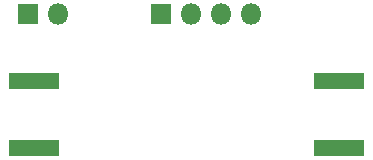
<source format=gbs>
G04 #@! TF.GenerationSoftware,KiCad,Pcbnew,5.1.6-c6e7f7d~86~ubuntu18.04.1*
G04 #@! TF.CreationDate,2020-07-16T21:36:01-04:00*
G04 #@! TF.ProjectId,rf-detector-r2,72662d64-6574-4656-9374-6f722d72322e,rev?*
G04 #@! TF.SameCoordinates,Original*
G04 #@! TF.FileFunction,Soldermask,Bot*
G04 #@! TF.FilePolarity,Negative*
%FSLAX46Y46*%
G04 Gerber Fmt 4.6, Leading zero omitted, Abs format (unit mm)*
G04 Created by KiCad (PCBNEW 5.1.6-c6e7f7d~86~ubuntu18.04.1) date 2020-07-16 21:36:01*
%MOMM*%
%LPD*%
G01*
G04 APERTURE LIST*
%ADD10R,1.800000X1.800000*%
%ADD11O,1.800000X1.800000*%
%ADD12R,4.300000X1.450000*%
G04 APERTURE END LIST*
D10*
G04 #@! TO.C,J3*
X109800000Y-88300000D03*
D11*
X112340000Y-88300000D03*
X114880000Y-88300000D03*
X117420000Y-88300000D03*
G04 #@! TD*
D12*
G04 #@! TO.C,J1*
X99100000Y-93975000D03*
X99100000Y-99625000D03*
G04 #@! TD*
G04 #@! TO.C,J2*
X124900000Y-93975000D03*
X124900000Y-99625000D03*
G04 #@! TD*
D10*
G04 #@! TO.C,J4*
X98600000Y-88300000D03*
D11*
X101140000Y-88300000D03*
G04 #@! TD*
M02*

</source>
